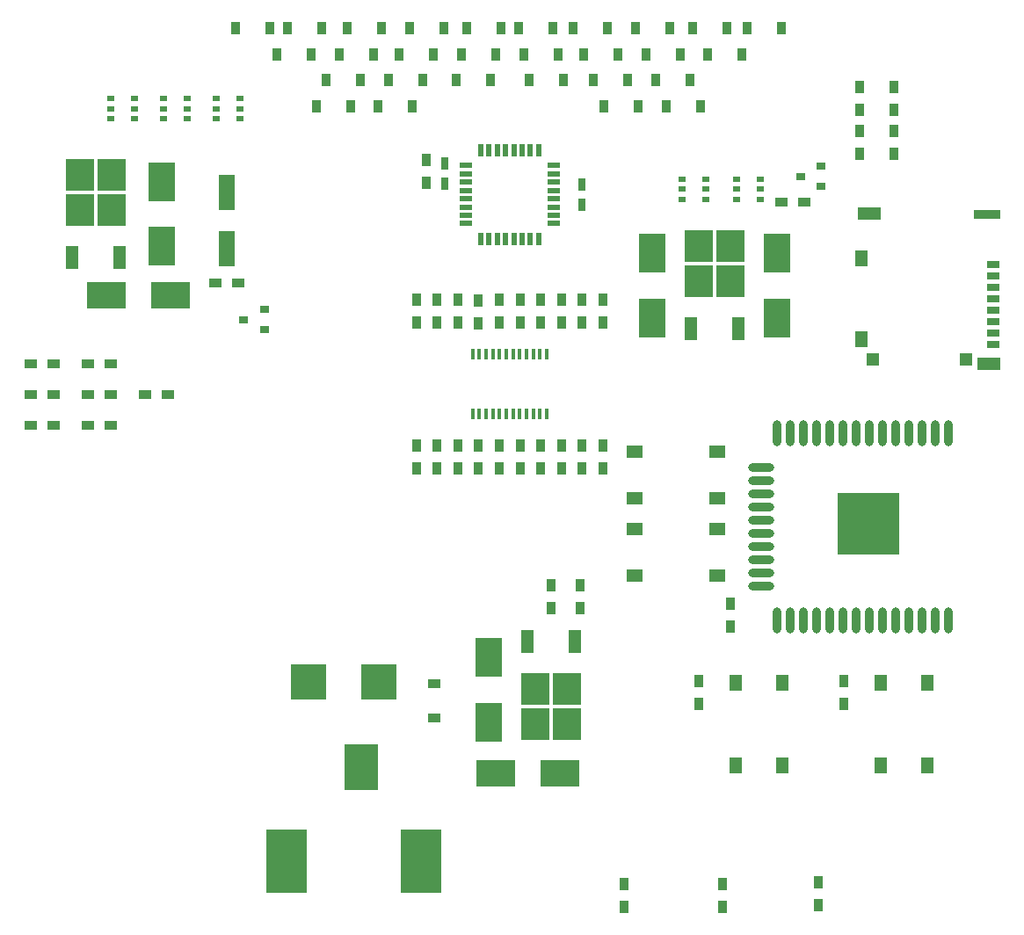
<source format=gbr>
%TF.GenerationSoftware,KiCad,Pcbnew,(5.1.6)-1*%
%TF.CreationDate,2020-09-10T03:51:48+02:00*%
%TF.ProjectId,Esp32TinyTester,45737033-3254-4696-9e79-546573746572,rev?*%
%TF.SameCoordinates,Original*%
%TF.FileFunction,Paste,Top*%
%TF.FilePolarity,Positive*%
%FSLAX46Y46*%
G04 Gerber Fmt 4.6, Leading zero omitted, Abs format (unit mm)*
G04 Created by KiCad (PCBNEW (5.1.6)-1) date 2020-09-10 03:51:48*
%MOMM*%
%LPD*%
G01*
G04 APERTURE LIST*
%ADD10O,0.900000X2.500000*%
%ADD11O,2.500000X0.900000*%
%ADD12R,6.000000X6.000000*%
%ADD13R,0.900000X1.200000*%
%ADD14R,1.300000X1.550000*%
%ADD15R,2.500000X0.950000*%
%ADD16R,1.150000X1.500000*%
%ADD17R,2.200000X1.150000*%
%ADD18R,1.250000X1.160000*%
%ADD19R,1.200000X1.160000*%
%ADD20R,1.240000X0.800000*%
%ADD21R,0.700000X0.510000*%
%ADD22R,3.750000X2.500000*%
%ADD23R,2.500000X3.750000*%
%ADD24R,0.750000X1.200000*%
%ADD25R,1.600000X3.500000*%
%ADD26R,1.200000X0.900000*%
%ADD27R,3.500000X3.500000*%
%ADD28R,3.900000X6.200000*%
%ADD29R,3.300000X4.400000*%
%ADD30R,1.550000X1.300000*%
%ADD31R,0.900000X0.800000*%
%ADD32R,1.200000X2.200000*%
%ADD33R,2.750000X3.050000*%
%ADD34R,0.400000X1.100000*%
%ADD35R,0.600000X1.200000*%
%ADD36R,1.200000X0.600000*%
G04 APERTURE END LIST*
D10*
X142250000Y-118000000D03*
X140980000Y-118000000D03*
X139710000Y-118000000D03*
X138440000Y-118000000D03*
X137170000Y-118000000D03*
X135900000Y-118000000D03*
X134630000Y-118000000D03*
X133360000Y-118000000D03*
X132090000Y-118000000D03*
X130820000Y-118000000D03*
X129550000Y-118000000D03*
X128280000Y-118000000D03*
X127010000Y-118000000D03*
X125740000Y-118000000D03*
D11*
X124250000Y-114715000D03*
X124250000Y-113445000D03*
X124250000Y-112175000D03*
X124250000Y-110905000D03*
X124250000Y-109635000D03*
X124250000Y-108365000D03*
X124250000Y-107095000D03*
X124250000Y-105825000D03*
X124250000Y-104555000D03*
X124250000Y-103285000D03*
D10*
X125740000Y-100000000D03*
X127010000Y-100000000D03*
X128280000Y-100000000D03*
X129550000Y-100000000D03*
X130820000Y-100000000D03*
X132090000Y-100000000D03*
X133360000Y-100000000D03*
X134630000Y-100000000D03*
X135900000Y-100000000D03*
X137170000Y-100000000D03*
X138440000Y-100000000D03*
X139710000Y-100000000D03*
X140980000Y-100000000D03*
X142250000Y-100000000D03*
D12*
X134550000Y-108700000D03*
D13*
X118200000Y-123900000D03*
X118200000Y-126100000D03*
X132200000Y-123900000D03*
X132200000Y-126100000D03*
D14*
X121750000Y-124020000D03*
X126250000Y-124020000D03*
X126250000Y-131980000D03*
X121750000Y-131980000D03*
X135750000Y-124020000D03*
X140250000Y-124020000D03*
X140250000Y-131980000D03*
X135750000Y-131980000D03*
D15*
X145975000Y-78930000D03*
D16*
X133850000Y-90940000D03*
D17*
X134644999Y-78855000D03*
D16*
X133849999Y-83160001D03*
D17*
X146125000Y-93320000D03*
D18*
X143975000Y-92915000D03*
D19*
X134975000Y-92915000D03*
D20*
X146605000Y-83750000D03*
X146605000Y-84850000D03*
X146605000Y-85950000D03*
X146605000Y-87050000D03*
X146605000Y-88150000D03*
X146605000Y-89250000D03*
X146605000Y-90350000D03*
X146605000Y-91450000D03*
D13*
X81350000Y-68500000D03*
X84650000Y-68500000D03*
X92000000Y-75850000D03*
X92000000Y-73650000D03*
X115400000Y-61000000D03*
X112100000Y-61000000D03*
X122400000Y-63500000D03*
X119100000Y-63500000D03*
X109100000Y-68500000D03*
X112400000Y-68500000D03*
D21*
X116590000Y-75550000D03*
X116590000Y-76500000D03*
X116590000Y-77450000D03*
X118910000Y-77450000D03*
X118910000Y-76500000D03*
X118910000Y-75550000D03*
X61540000Y-67770000D03*
X61540000Y-68720000D03*
X61540000Y-69670000D03*
X63860000Y-69670000D03*
X63860000Y-68720000D03*
X63860000Y-67770000D03*
D22*
X67375000Y-86750000D03*
X61125000Y-86750000D03*
D23*
X66500000Y-75755000D03*
X66500000Y-82005000D03*
X98000000Y-121625000D03*
X98000000Y-127875000D03*
X125750000Y-88875000D03*
X125750000Y-82625000D03*
D24*
X107000000Y-76050000D03*
X107000000Y-77950000D03*
X93750000Y-74050000D03*
X93750000Y-75950000D03*
D22*
X98625000Y-132750000D03*
X104875000Y-132750000D03*
D23*
X113750000Y-88875000D03*
X113750000Y-82625000D03*
D25*
X72750000Y-76800000D03*
X72750000Y-82200000D03*
D26*
X92750000Y-124100000D03*
X92750000Y-127400000D03*
D13*
X85650000Y-66000000D03*
X82350000Y-66000000D03*
X88350000Y-66000000D03*
X91650000Y-66000000D03*
X98650000Y-63500000D03*
X95350000Y-63500000D03*
X78600000Y-61000000D03*
X81900000Y-61000000D03*
X90650000Y-68500000D03*
X87350000Y-68500000D03*
X93650000Y-61000000D03*
X90350000Y-61000000D03*
X80900000Y-63500000D03*
X77600000Y-63500000D03*
X86900000Y-63500000D03*
X83600000Y-63500000D03*
X92650000Y-63500000D03*
X89350000Y-63500000D03*
X95850000Y-61000000D03*
X99150000Y-61000000D03*
X108100000Y-66000000D03*
X111400000Y-66000000D03*
X84350000Y-61000000D03*
X87650000Y-61000000D03*
X114100000Y-66000000D03*
X117400000Y-66000000D03*
X110400000Y-63500000D03*
X107100000Y-63500000D03*
X100850000Y-61000000D03*
X104150000Y-61000000D03*
X104650000Y-63500000D03*
X101350000Y-63500000D03*
X117600000Y-61000000D03*
X120900000Y-61000000D03*
X109400000Y-61000000D03*
X106100000Y-61000000D03*
X116400000Y-63500000D03*
X113100000Y-63500000D03*
X94850000Y-66000000D03*
X98150000Y-66000000D03*
X73600000Y-61000000D03*
X76900000Y-61000000D03*
X118400000Y-68500000D03*
X115100000Y-68500000D03*
X105150000Y-66000000D03*
X101850000Y-66000000D03*
X126150000Y-61000000D03*
X122850000Y-61000000D03*
D27*
X87400000Y-124000000D03*
X80600000Y-124000000D03*
D28*
X91450000Y-141200000D03*
X78550000Y-141200000D03*
D29*
X85700000Y-132200000D03*
D30*
X119980000Y-113750000D03*
X119980000Y-109250000D03*
X112020000Y-109250000D03*
X112020000Y-113750000D03*
X119980000Y-101750000D03*
X119980000Y-106250000D03*
X112020000Y-106250000D03*
X112020000Y-101750000D03*
D21*
X68940000Y-67770000D03*
X68940000Y-68720000D03*
X68940000Y-69670000D03*
X66620000Y-69670000D03*
X66620000Y-68720000D03*
X66620000Y-67770000D03*
X71700000Y-67770000D03*
X71700000Y-68720000D03*
X71700000Y-69670000D03*
X74020000Y-69670000D03*
X74020000Y-68720000D03*
X74020000Y-67770000D03*
D31*
X74400000Y-89040000D03*
X76400000Y-88090000D03*
X76400000Y-89990000D03*
D21*
X121840000Y-75550000D03*
X121840000Y-76500000D03*
X121840000Y-77450000D03*
X124160000Y-77450000D03*
X124160000Y-76500000D03*
X124160000Y-75550000D03*
D31*
X130000000Y-76200000D03*
X130000000Y-74300000D03*
X128000000Y-75250000D03*
D26*
X53860000Y-93280000D03*
X56060000Y-93280000D03*
X61560000Y-93280000D03*
X59360000Y-93280000D03*
X56060000Y-96280000D03*
X53860000Y-96280000D03*
X59360000Y-96280000D03*
X61560000Y-96280000D03*
X56060000Y-99280000D03*
X53860000Y-99280000D03*
X59360000Y-99280000D03*
X61560000Y-99280000D03*
X67060000Y-96280000D03*
X64860000Y-96280000D03*
D13*
X106750000Y-114650000D03*
X106750000Y-116850000D03*
X104000000Y-114650000D03*
X104000000Y-116850000D03*
X133750000Y-68850000D03*
X133750000Y-66650000D03*
X133750000Y-73100000D03*
X133750000Y-70900000D03*
X137000000Y-70900000D03*
X137000000Y-73100000D03*
D26*
X73850000Y-85500000D03*
X71650000Y-85500000D03*
D13*
X137000000Y-66650000D03*
X137000000Y-68850000D03*
X121250000Y-116400000D03*
X121250000Y-118600000D03*
X93000000Y-101150000D03*
X93000000Y-103350000D03*
X95000000Y-103350000D03*
X95000000Y-101150000D03*
X97000000Y-101150000D03*
X97000000Y-103350000D03*
X129750000Y-143300000D03*
X129750000Y-145500000D03*
X111000000Y-143400000D03*
X111000000Y-145600000D03*
X120500000Y-143400000D03*
X120500000Y-145600000D03*
X99000000Y-103350000D03*
X99000000Y-101150000D03*
X91000000Y-101150000D03*
X91000000Y-103350000D03*
X101000000Y-101150000D03*
X101000000Y-103350000D03*
X103000000Y-103350000D03*
X103000000Y-101150000D03*
X105000000Y-101150000D03*
X105000000Y-103350000D03*
X107000000Y-103350000D03*
X107000000Y-101150000D03*
X109000000Y-101150000D03*
X109000000Y-103350000D03*
X91000000Y-87150000D03*
X91000000Y-89350000D03*
X93000000Y-89350000D03*
X93000000Y-87150000D03*
X94990000Y-87150000D03*
X94990000Y-89350000D03*
X96980000Y-87180000D03*
X96980000Y-89380000D03*
X99000000Y-89350000D03*
X99000000Y-87150000D03*
X101000000Y-87150000D03*
X101000000Y-89350000D03*
X103000000Y-89350000D03*
X103000000Y-87150000D03*
X105000000Y-87150000D03*
X105000000Y-89350000D03*
X107000000Y-89350000D03*
X107000000Y-87150000D03*
X109000000Y-89350000D03*
X109000000Y-87150000D03*
D26*
X128350000Y-77750000D03*
X126150000Y-77750000D03*
D32*
X57880000Y-83080000D03*
X62440000Y-83080000D03*
D33*
X61685000Y-75105000D03*
X58635000Y-78455000D03*
X58635000Y-75105000D03*
X61685000Y-78455000D03*
D32*
X117470000Y-89950000D03*
X122030000Y-89950000D03*
D33*
X121275000Y-81975000D03*
X118225000Y-85325000D03*
X118225000Y-81975000D03*
X121275000Y-85325000D03*
D34*
X96425000Y-98100000D03*
X97075000Y-98100000D03*
X97725000Y-98100000D03*
X98375000Y-98100000D03*
X99025000Y-98100000D03*
X99675000Y-98100000D03*
X100325000Y-98100000D03*
X100975000Y-98100000D03*
X101625000Y-98100000D03*
X102275000Y-98100000D03*
X102925000Y-98100000D03*
X103575000Y-98100000D03*
X103575000Y-92400000D03*
X102925000Y-92400000D03*
X102275000Y-92400000D03*
X101625000Y-92400000D03*
X100975000Y-92400000D03*
X100325000Y-92400000D03*
X99675000Y-92400000D03*
X99025000Y-92400000D03*
X98375000Y-92400000D03*
X97725000Y-92400000D03*
X97075000Y-92400000D03*
X96425000Y-92400000D03*
D35*
X102800000Y-81250000D03*
X102000000Y-81250000D03*
X101200000Y-81250000D03*
X100400000Y-81250000D03*
X99600000Y-81250000D03*
X98800000Y-81250000D03*
X98000000Y-81250000D03*
X97200000Y-81250000D03*
D36*
X95750000Y-79800000D03*
X95750000Y-79000000D03*
X95750000Y-78200000D03*
X95750000Y-77400000D03*
X95750000Y-76600000D03*
X95750000Y-75800000D03*
X95750000Y-75000000D03*
X95750000Y-74200000D03*
D35*
X97200000Y-72750000D03*
X98000000Y-72750000D03*
X98800000Y-72750000D03*
X99600000Y-72750000D03*
X100400000Y-72750000D03*
X101200000Y-72750000D03*
X102000000Y-72750000D03*
X102800000Y-72750000D03*
D36*
X104250000Y-74200000D03*
X104250000Y-75000000D03*
X104250000Y-75800000D03*
X104250000Y-76600000D03*
X104250000Y-77400000D03*
X104250000Y-78200000D03*
X104250000Y-79000000D03*
X104250000Y-79800000D03*
D33*
X102475000Y-124675000D03*
X105525000Y-128025000D03*
X105525000Y-124675000D03*
X102475000Y-128025000D03*
D32*
X101720000Y-120050000D03*
X106280000Y-120050000D03*
M02*

</source>
